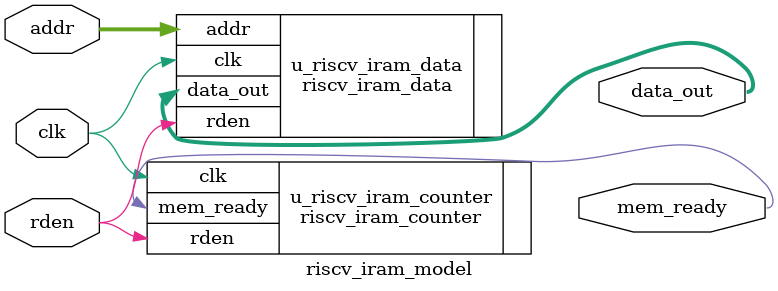
<source format=sv>
module riscv_iram_model 
  #(  
    parameter DATA_WIDTH  = 128                     ,
    parameter CACHE_SIZE  = 4*(2**10)               ,   //64 * (2**10)   
    parameter MEM_SIZE    = 4*CACHE_SIZE             ,   //128*(2**20) 
    parameter DATAPBLOCK  = 16                      ,
    parameter CACHE_DEPTH = CACHE_SIZE/DATAPBLOCK   ,   //  4096
    parameter ADDR        = $clog2(MEM_SIZE)        ,   //    27 bits
    parameter BYTE_OFF    = $clog2(DATAPBLOCK)      ,   //     4 bits
    parameter INDEX       = $clog2(CACHE_DEPTH)     ,   //    12 bits
    parameter TAG         = ADDR - BYTE_OFF - INDEX ,  //    11 bits
    parameter S_ADDR      = ADDR - BYTE_OFF    
  )
  (
    input   logic                   clk       ,
    input   logic                   rden      ,
    input   logic [S_ADDR-1:0]      addr      ,
    output  logic [DATA_WIDTH-1:0]  data_out  ,
    output  logic                   mem_ready 
  );

  riscv_iram_data #(
      .DATA_WIDTH   (DATA_WIDTH)  ,
      .CACHE_SIZE   (CACHE_SIZE)  ,
      .MEM_SIZE     (MEM_SIZE)    ,
      .DATAPBLOCK   (DATAPBLOCK)  ,
      .CACHE_DEPTH  (CACHE_DEPTH) ,
      .ADDR         (ADDR)        ,
      .BYTE_OFF     (BYTE_OFF)    ,
      .INDEX        (INDEX)       ,
      .TAG          (TAG)         ,
      .S_ADDR       (S_ADDR)
    ) u_riscv_iram_data (
    .clk      (clk)       ,  
    .rden     (rden)      ,
    .addr     (addr)      ,
    .data_out (data_out)
  );

  riscv_iram_counter  u_riscv_iram_counter (
    .clk        (clk)       ,
    .rden       (rden)      ,
    .mem_ready  (mem_ready)
  );

endmodule

</source>
